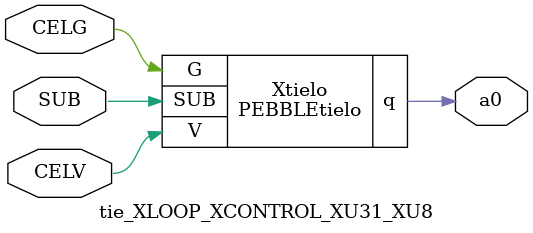
<source format=v>



module PEBBLEtielo ( q, G, SUB, V );

  input V;
  output q;
  input G;
  input SUB;
endmodule

//Celera Confidential Do Not Copy tie_XLOOP_XCONTROL_XU31_XU8
//Celera Confidential Symbol Generator
//TIE
module tie_XLOOP_XCONTROL_XU31_XU8 (CELV,CELG,a0,SUB);
input CELV;
input CELG;
output a0;
input SUB;

//Celera Confidential Do Not Copy tie
PEBBLEtielo Xtielo(
.V (CELV),
.q (a0),
.SUB (SUB),
.G (CELG)
);
//,diesize,PEBBLEtielo

//Celera Confidential Do Not Copy Module End
//Celera Schematic Generator
endmodule

</source>
